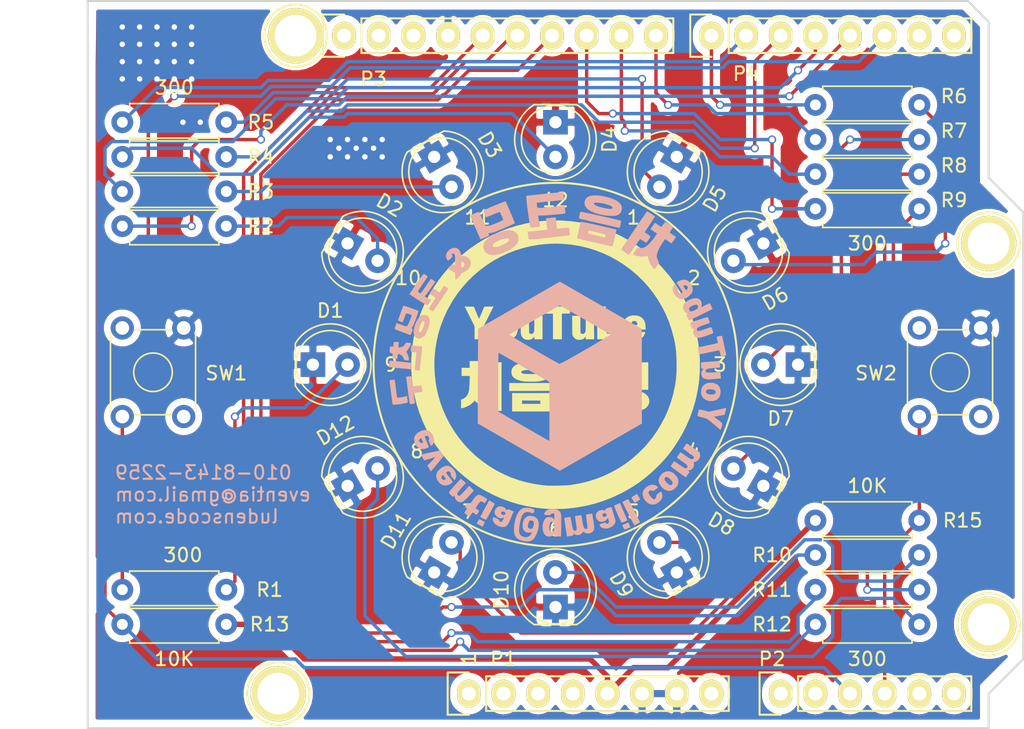
<source format=kicad_pcb>
(kicad_pcb (version 20211014) (generator pcbnew)
  (title_block (date "lun. 30 mars 2015"))
  (layers (0 "F.Cu" signal) (31 "B.Cu" signal) (34 "B.Paste" user) (35 "F.Paste" user) (36 "B.SilkS" user "B.Silkscreen") (37 "F.SilkS" user "F.Silkscreen") (38 "B.Mask" user) (39 "F.Mask" user) (44 "Edge.Cuts" user))
  (net 0 "")
  (net 1 "+5V")
  (net 2 "GND")
  (net 3 "Net-(D1-Pad2)")
  (net 4 "Net-(D2-Pad2)")
  (net 5 "Net-(D3-Pad2)")
  (net 6 "Net-(D4-Pad2)")
  (net 7 "Net-(D5-Pad2)")
  (net 8 "Net-(D6-Pad2)")
  (net 9 "Net-(D7-Pad2)")
  (net 10 "Net-(D8-Pad2)")
  (net 11 "Net-(D9-Pad2)")
  (net 12 "Net-(D10-Pad2)")
  (net 13 "Net-(D11-Pad2)")
  (net 14 "Net-(D12-Pad2)")
  (net 15 "A2")
  (net 16 "A3")
  (net 17 "/A5")
  (net 18 "Net-(P3-Pad3)")
  (net 19 "P13")
  (net 20 "P12")
  (net 21 "P11")
  (net 22 "P10")
  (net 23 "P09")
  (net 24 "P08")
  (net 25 "P07")
  (net 26 "P06")
  (net 27 "P05")
  (net 28 "P04")
  (net 29 "P03")
  (net 30 "P02")
  (net 31 "/A4")
  (footprint "Resistor_THT:R_Axial_DIN0207_L6.3mm_D2.5mm_P7.62mm_Horizontal" (layer "F.Cu") (at 164.338 85.725)
    (fp_text reference "R8" (at 10.16 -0.635) (layer "F.SilkS"))
    (fp_text value "300")
    (pad "1" thru_hole circle locked (at 0 0) (size 1.6 1.6) (drill 0.8) (layers *.Cu *.Mask) (net 23 "P09"))
    (pad "2" thru_hole oval locked (at 7.62 0) (size 1.6 1.6) (drill 0.8) (layers *.Cu *.Mask) (net 10 "Net-(D8-Pad2)"))
  )
  (footprint "Button_Switch_THT:SW_TH_Tactile_Omron_B3F-10xx" (layer "F.Cu") (at 171.958 103.505 90)
    (fp_text reference "SW2" (at 3.175 -3.175 180) (layer "F.SilkS"))
    (fp_text value "SW_MEC_5E")
    (pad "1" thru_hole circle locked (at 0 0 90) (size 1.7 1.7) (drill 1) (layers *.Cu *.Mask) (net 16 "A3"))
    (pad "2" thru_hole circle locked (at 6.5 0 90) (size 1.7 1.7) (drill 1) (layers *.Cu *.Mask))
    (pad "3" thru_hole circle locked (at 0 4.5 90) (size 1.7 1.7) (drill 1) (layers *.Cu *.Mask))
    (pad "4" thru_hole circle locked (at 6.5 4.5 90) (size 1.7 1.7) (drill 1) (layers *.Cu *.Mask) (net 2 "GND"))
  )
  (footprint "Resistor_THT:R_Axial_DIN0207_L6.3mm_D2.5mm_P7.62mm_Horizontal" (layer "F.Cu") (at 164.338 113.665)
    (fp_text reference "R10" (at -3.175 0) (layer "F.SilkS"))
    (fp_text value "300")
    (pad "1" thru_hole circle locked (at 0 0) (size 1.6 1.6) (drill 0.8) (layers *.Cu *.Mask) (net 21 "P11"))
    (pad "2" thru_hole oval locked (at 7.62 0) (size 1.6 1.6) (drill 0.8) (layers *.Cu *.Mask) (net 12 "Net-(D10-Pad2)"))
  )
  (footprint "Resistor_THT:R_Axial_DIN0207_L6.3mm_D2.5mm_P7.62mm_Horizontal" (layer "F.Cu") (at 164.338 83.185)
    (fp_text reference "R7" (at 10.16 -0.635) (layer "F.SilkS"))
    (fp_text value "300")
    (pad "1" thru_hole circle locked (at 0 0) (size 1.6 1.6) (drill 0.8) (layers *.Cu *.Mask) (net 24 "P08"))
    (pad "2" thru_hole oval locked (at 7.62 0) (size 1.6 1.6) (drill 0.8) (layers *.Cu *.Mask) (net 9 "Net-(D7-Pad2)"))
  )
  (footprint "Button_Switch_THT:SW_TH_Tactile_Omron_B3F-10xx" (layer "F.Cu") (at 113.538 103.505 90)
    (fp_text reference "SW1" (at 3.175 7.62 180) (layer "F.SilkS"))
    (fp_text value "SW_MEC_5E")
    (pad "1" thru_hole circle locked (at 0 0 90) (size 1.7 1.7) (drill 1) (layers *.Cu *.Mask) (net 15 "A2"))
    (pad "2" thru_hole circle locked (at 6.5 0 90) (size 1.7 1.7) (drill 1) (layers *.Cu *.Mask))
    (pad "3" thru_hole circle locked (at 0 4.5 90) (size 1.7 1.7) (drill 1) (layers *.Cu *.Mask))
    (pad "4" thru_hole circle locked (at 6.5 4.5 90) (size 1.7 1.7) (drill 1) (layers *.Cu *.Mask) (net 2 "GND"))
  )
  (footprint "Resistor_THT:R_Axial_DIN0207_L6.3mm_D2.5mm_P7.62mm_Horizontal" (layer "F.Cu") (at 121.158 118.745 180)
    (fp_text reference "R13" (at -3.175 0) (layer "F.SilkS"))
    (fp_text value "10K" (at 3.81 -2.54) (layer "F.SilkS"))
    (pad "1" thru_hole circle locked (at 0 0 180) (size 1.6 1.6) (drill 0.8) (layers *.Cu *.Mask) (net 1 "+5V"))
    (pad "2" thru_hole oval locked (at 7.62 0 180) (size 1.6 1.6) (drill 0.8) (layers *.Cu *.Mask) (net 15 "A2"))
  )
  (footprint "Resistor_THT:R_Axial_DIN0207_L6.3mm_D2.5mm_P7.62mm_Horizontal" (layer "F.Cu") (at 164.338 111.125)
    (fp_text reference "R15" (at 10.795 0) (layer "F.SilkS"))
    (fp_text value "10K" (at 3.81 -2.54) (layer "F.SilkS"))
    (pad "1" thru_hole circle locked (at 0 0) (size 1.6 1.6) (drill 0.8) (layers *.Cu *.Mask) (net 1 "+5V"))
    (pad "2" thru_hole oval locked (at 7.62 0) (size 1.6 1.6) (drill 0.8) (layers *.Cu *.Mask) (net 16 "A3"))
  )
  (footprint "Resistor_THT:R_Axial_DIN0207_L6.3mm_D2.5mm_P7.62mm_Horizontal" (layer "F.Cu") (at 164.338 118.745)
    (fp_text reference "R12" (at -3.175 0) (layer "F.SilkS"))
    (fp_text value "300" (at 3.81 2.54) (layer "F.SilkS"))
    (pad "1" thru_hole circle locked (at 0 0) (size 1.6 1.6) (drill 0.8) (layers *.Cu *.Mask) (net 19 "P13"))
    (pad "2" thru_hole oval locked (at 7.62 0) (size 1.6 1.6) (drill 0.8) (layers *.Cu *.Mask) (net 14 "Net-(D12-Pad2)"))
  )
  (footprint "Resistor_THT:R_Axial_DIN0207_L6.3mm_D2.5mm_P7.62mm_Horizontal" (layer "F.Cu") (at 164.338 116.205)
    (fp_text reference "R11" (at -3.175 0) (layer "F.SilkS"))
    (fp_text value "300")
    (pad "1" thru_hole circle locked (at 0 0) (size 1.6 1.6) (drill 0.8) (layers *.Cu *.Mask) (net 20 "P12"))
    (pad "2" thru_hole oval locked (at 7.62 0) (size 1.6 1.6) (drill 0.8) (layers *.Cu *.Mask) (net 13 "Net-(D11-Pad2)"))
  )
  (footprint "Resistor_THT:R_Axial_DIN0207_L6.3mm_D2.5mm_P7.62mm_Horizontal" (layer "F.Cu") (at 164.338 88.265)
    (fp_text reference "R9" (at 10.16 -0.635) (layer "F.SilkS"))
    (fp_text value "300")
    (pad "1" thru_hole circle locked (at 0 0) (size 1.6 1.6) (drill 0.8) (layers *.Cu *.Mask) (net 22 "P10"))
    (pad "2" thru_hole oval locked (at 7.62 0) (size 1.6 1.6) (drill 0.8) (layers *.Cu *.Mask) (net 11 "Net-(D9-Pad2)"))
  )
  (footprint "Try001:YouTube_PCB_212" (layer "F.Cu") (at 145.288 99.695)
    (fp_text reference "G***" hide)
    (fp_text value "LOGO" hide)
  )
  (footprint "LED_THT:LED_D5.0mm" (layer "F.Cu") (at 160.528 90.805 -150)
    (fp_text reference "D6" (at 1.27 -3.96 30) (layer "F.SilkS"))
    (fp_text value "LED" hide)
    (pad "1" thru_hole rect locked (at 0 0 210) (size 1.8 1.8) (drill 0.9) (layers *.Cu *.Mask) (net 2 "GND"))
    (pad "2" thru_hole circle locked (at 2.54 0 210) (size 1.8 1.8) (drill 0.9) (layers *.Cu *.Mask) (net 8 "Net-(D6-Pad2)"))
  )
  (footprint "Resistor_THT:R_Axial_DIN0207_L6.3mm_D2.5mm_P7.62mm_Horizontal" (layer "F.Cu") (at 113.538 116.205)
    (fp_text reference "R1" (at 10.795 0) (layer "F.SilkS"))
    (fp_text value "300" (at 4.445 -2.54) (layer "F.SilkS"))
    (pad "1" thru_hole circle locked (at 0 0) (size 1.6 1.6) (drill 0.8) (layers *.Cu *.Mask) (net 30 "P02"))
    (pad "2" thru_hole oval locked (at 7.62 0) (size 1.6 1.6) (drill 0.8) (layers *.Cu *.Mask) (net 3 "Net-(D1-Pad2)"))
  )
  (footprint "LED_THT:LED_D5.0mm" (layer "F.Cu") (at 154.178 84.455 -120)
    (fp_text reference "D5" (at 1.27 -3.96 60) (layer "F.SilkS"))
    (fp_text value "LED" hide)
    (pad "1" thru_hole rect locked (at 0 0 240) (size 1.8 1.8) (drill 0.9) (layers *.Cu *.Mask) (net 2 "GND"))
    (pad "2" thru_hole circle locked (at 2.54 0 240) (size 1.8 1.8) (drill 0.9) (layers *.Cu *.Mask) (net 7 "Net-(D5-Pad2)"))
  )
  (footprint "LED_THT:LED_D5.0mm" (layer "F.Cu") (at 130.048 90.805 -30)
    (fp_text reference "D2" (at 1.27 -3.96 150) (layer "F.SilkS"))
    (fp_text value "LED" hide)
    (pad "1" thru_hole rect locked (at 0 0 330) (size 1.8 1.8) (drill 0.9) (layers *.Cu *.Mask) (net 2 "GND"))
    (pad "2" thru_hole circle locked (at 2.54 0 330) (size 1.8 1.8) (drill 0.9) (layers *.Cu *.Mask) (net 4 "Net-(D2-Pad2)"))
  )
  (footprint "LED_THT:LED_D5.0mm" (layer "F.Cu") (at 136.398 84.455 -60)
    (fp_text reference "D3" (at 1.27 -3.96 120) (layer "F.SilkS"))
    (fp_text value "LED" hide)
    (pad "1" thru_hole rect locked (at 0 0 300) (size 1.8 1.8) (drill 0.9) (layers *.Cu *.Mask) (net 2 "GND"))
    (pad "2" thru_hole circle locked (at 2.54 0 300) (size 1.8 1.8) (drill 0.9) (layers *.Cu *.Mask) (net 5 "Net-(D3-Pad2)"))
  )
  (footprint "LED_THT:LED_D5.0mm" (layer "F.Cu") (at 136.398 114.935 60)
    (fp_text reference "D11" (at 1.27 -3.96 60) (layer "F.SilkS"))
    (fp_text value "LED" hide)
    (pad "1" thru_hole rect locked (at 0 0 60) (size 1.8 1.8) (drill 0.9) (layers *.Cu *.Mask) (net 2 "GND"))
    (pad "2" thru_hole circle locked (at 2.54 0 60) (size 1.8 1.8) (drill 0.9) (layers *.Cu *.Mask) (net 13 "Net-(D11-Pad2)"))
  )
  (footprint "LED_THT:LED_D5.0mm" (layer "F.Cu") (at 145.288 81.915 -90)
    (fp_text reference "D4" (at 1.27 -3.96 90) (layer "F.SilkS"))
    (fp_text value "LED" hide)
    (pad "1" thru_hole rect locked (at 0 0 270) (size 1.8 1.8) (drill 0.9) (layers *.Cu *.Mask) (net 2 "GND"))
    (pad "2" thru_hole circle locked (at 2.54 0 270) (size 1.8 1.8) (drill 0.9) (layers *.Cu *.Mask) (net 6 "Net-(D4-Pad2)"))
  )
  (footprint "LED_THT:LED_D5.0mm" (layer "F.Cu") (at 160.528 108.585 150)
    (fp_text reference "D8" (at 1.27 -3.96 150) (layer "F.SilkS"))
    (fp_text value "LED" hide)
    (pad "1" thru_hole rect locked (at 0 0 150) (size 1.8 1.8) (drill 0.9) (layers *.Cu *.Mask) (net 2 "GND"))
    (pad "2" thru_hole circle locked (at 2.54 0 150) (size 1.8 1.8) (drill 0.9) (layers *.Cu *.Mask) (net 10 "Net-(D8-Pad2)"))
  )
  (footprint "LED_THT:LED_D5.0mm" (layer "F.Cu") (at 127.508 99.695)
    (fp_text reference "D1" (at 1.27 -3.96) (layer "F.SilkS"))
    (fp_text value "LED" hide)
    (pad "1" thru_hole rect locked (at 0 0) (size 1.8 1.8) (drill 0.9) (layers *.Cu *.Mask) (net 2 "GND"))
    (pad "2" thru_hole circle locked (at 2.54 0) (size 1.8 1.8) (drill 0.9) (layers *.Cu *.Mask) (net 3 "Net-(D1-Pad2)"))
  )
  (footprint "LED_THT:LED_D5.0mm" (layer "F.Cu") (at 145.288 117.475 90)
    (fp_text reference "D10" (at 1.27 -3.96 90) (layer "F.SilkS"))
    (fp_text value "LED" hide)
    (pad "1" thru_hole rect locked (at 0 0 90) (size 1.8 1.8) (drill 0.9) (layers *.Cu *.Mask) (net 2 "GND"))
    (pad "2" thru_hole circle locked (at 2.54 0 90) (size 1.8 1.8) (drill 0.9) (layers *.Cu *.Mask) (net 12 "Net-(D10-Pad2)"))
  )
  (footprint "LED_THT:LED_D5.0mm" (layer "F.Cu") (at 154.178 114.935 120)
    (fp_text reference "D9" (at 1.27 -3.96 120) (layer "F.SilkS"))
    (fp_text value "LED" hide)
    (pad "1" thru_hole rect locked (at 0 0 120) (size 1.8 1.8) (drill 0.9) (layers *.Cu *.Mask) (net 2 "GND"))
    (pad "2" thru_hole circle locked (at 2.54 0 120) (size 1.8 1.8) (drill 0.9) (layers *.Cu *.Mask) (net 11 "Net-(D9-Pad2)"))
  )
  (footprint "LED_THT:LED_D5.0mm" (layer "F.Cu") (at 163.068 99.695 180)
    (fp_text reference "D7" (at 1.27 -3.96) (layer "F.SilkS"))
    (fp_text value "LED" hide)
    (pad "1" thru_hole rect locked (at 0 0 180) (size 1.8 1.8) (drill 0.9) (layers *.Cu *.Mask) (net 2 "GND"))
    (pad "2" thru_hole circle locked (at 2.54 0 180) (size 1.8 1.8) (drill 0.9) (layers *.Cu *.Mask) (net 9 "Net-(D7-Pad2)"))
  )
  (footprint "Resistor_THT:R_Axial_DIN0207_L6.3mm_D2.5mm_P7.62mm_Horizontal" (layer "F.Cu") (at 164.338 80.645)
    (fp_text reference "R6" (at 10.16 -0.635) (layer "F.SilkS"))
    (fp_text value "300" (at 3.81 10.16) (layer "F.SilkS"))
    (pad "1" thru_hole circle locked (at 0 0) (size 1.6 1.6) (drill 0.8) (layers *.Cu *.Mask) (net 25 "P07"))
    (pad "2" thru_hole oval locked (at 7.62 0) (size 1.6 1.6) (drill 0.8) (layers *.Cu *.Mask) (net 8 "Net-(D6-Pad2)"))
  )
  (footprint "Resistor_THT:R_Axial_DIN0207_L6.3mm_D2.5mm_P7.62mm_Horizontal" (layer "F.Cu") (at 113.538 86.995)
    (fp_text reference "R3" (at 10.16 0) (layer "F.SilkS"))
    (fp_text value "300")
    (pad "1" thru_hole circle locked (at 0 0) (size 1.6 1.6) (drill 0.8) (layers *.Cu *.Mask) (net 28 "P04"))
    (pad "2" thru_hole oval locked (at 7.62 0) (size 1.6 1.6) (drill 0.8) (layers *.Cu *.Mask) (net 5 "Net-(D3-Pad2)"))
  )
  (footprint "LED_THT:LED_D5.0mm" (layer "F.Cu") (at 130.048 108.585 30)
    (fp_text reference "D12" (at 1.27 -3.96 30) (layer "F.SilkS"))
    (fp_text value "LED" hide)
    (pad "1" thru_hole rect locked (at 0 0 30) (size 1.8 1.8) (drill 0.9) (layers *.Cu *.Mask) (net 2 "GND"))
    (pad "2" thru_hole circle locked (at 2.54 0 30) (size 1.8 1.8) (drill 0.9) (layers *.Cu *.Mask) (net 14 "Net-(D12-Pad2)"))
  )
  (footprint "Resistor_THT:R_Axial_DIN0207_L6.3mm_D2.5mm_P7.62mm_Horizontal" (layer "F.Cu") (at 113.538 81.915)
    (fp_text reference "R5" (at 10.16 0) (layer "F.SilkS"))
    (fp_text value "300" (at 3.81 -2.54) (layer "F.SilkS"))
    (pad "1" thru_hole circle locked (at 0 0) (size 1.6 1.6) (drill 0.8) (layers *.Cu *.Mask) (net 26 "P06"))
    (pad "2" thru_hole oval locked (at 7.62 0) (size 1.6 1.6) (drill 0.8) (layers *.Cu *.Mask) (net 7 "Net-(D5-Pad2)"))
  )
  (footprint "Resistor_THT:R_Axial_DIN0207_L6.3mm_D2.5mm_P7.62mm_Horizontal" (layer "F.Cu") (at 121.158 84.455 180)
    (fp_text reference "R4" (at -2.54 0) (layer "F.SilkS"))
    (fp_text value "300" hide)
    (pad "1" thru_hole circle locked (at 0 0 180) (size 1.6 1.6) (drill 0.8) (layers *.Cu *.Mask) (net 27 "P05"))
    (pad "2" thru_hole oval locked (at 7.62 0 180) (size 1.6 1.6) (drill 0.8) (layers *.Cu *.Mask) (net 6 "Net-(D4-Pad2)"))
  )
  (footprint "Resistor_THT:R_Axial_DIN0207_L6.3mm_D2.5mm_P7.62mm_Horizontal" (layer "F.Cu") (at 113.538 89.535)
    (fp_text reference "R2" (at 10.16 0) (layer "F.SilkS"))
    (fp_text value "300" hide)
    (pad "1" thru_hole circle locked (at 0 0) (size 1.6 1.6) (drill 0.8) (layers *.Cu *.Mask) (net 29 "P03"))
    (pad "2" thru_hole oval locked (at 7.62 0) (size 1.6 1.6) (drill 0.8) (layers *.Cu *.Mask) (net 4 "Net-(D2-Pad2)"))
  )
  (footprint "Socket_Arduino_Uno:Socket_Strip_Arduino_1x08" (layer "F.Cu") (at 156.718 75.565)
    (fp_text reference "P4" (at 2.54 2.794) (layer "F.SilkS"))
    (fp_text value "Digital")
    (pad "1" thru_hole oval locked (at 0 0) (size 1.7272 2.032) (drill 1.016) (layers *.Cu *.Mask "F.SilkS") (net 25 "P07"))
    (pad "2" thru_hole oval locked (at 2.54 0) (size 1.7272 2.032) (drill 1.016) (layers *.Cu *.Mask "F.SilkS") (net 26 "P06"))
    (pad "3" thru_hole oval locked (at 5.08 0) (size 1.7272 2.032) (drill 1.016) (layers *.Cu *.Mask "F.SilkS") (net 27 "P05"))
    (pad "4" thru_hole oval locked (at 7.62 0) (size 1.7272 2.032) (drill 1.016) (layers *.Cu *.Mask "F.SilkS") (net 28 "P04"))
    (pad "5" thru_hole oval locked (at 10.16 0) (size 1.7272 2.032) (drill 1.016) (layers *.Cu *.Mask "F.SilkS") (net 29 "P03"))
    (pad "6" thru_hole oval locked (at 12.7 0) (size 1.7272 2.032) (drill 1.016) (layers *.Cu *.Mask "F.SilkS") (net 30 "P02"))
    (pad "7" thru_hole oval locked (at 15.24 0) (size 1.7272 2.032) (drill 1.016) (layers *.Cu *.Mask "F.SilkS"))
    (pad "8" thru_hole oval locked (at 17.78 0) (size 1.7272 2.032) (drill 1.016) (layers *.Cu *.Mask "F.SilkS"))
  )
  (footprint "Socket_Arduino_Uno:Socket_Strip_Arduino_1x10" (layer "F.Cu") (at 129.794 75.565)
    (fp_text reference "P3" (at 2.159 3.175) (layer "F.SilkS"))
    (fp_text value "Digital")
    (pad "1" thru_hole oval locked (at 0 0) (size 1.7272 2.032) (drill 1.016) (layers *.Cu *.Mask "F.SilkS") (net 17 "/A5"))
    (pad "2" thru_hole oval locked (at 2.54 0) (size 1.7272 2.032) (drill 1.016) (layers *.Cu *.Mask "F.SilkS") (net 31 "/A4"))
    (pad "3" thru_hole oval locked (at 5.08 0) (size 1.7272 2.032) (drill 1.016) (layers *.Cu *.Mask "F.SilkS") (net 18 "Net-(P3-Pad3)"))
    (pad "4" thru_hole oval locked (at 7.62 0) (size 1.7272 2.032) (drill 1.016) (layers *.Cu *.Mask "F.SilkS") (net 2 "GND"))
    (pad "5" thru_hole oval locked (at 10.16 0) (size 1.7272 2.032) (drill 1.016) (layers *.Cu *.Mask "F.SilkS") (net 19 "P13"))
    (pad "6" thru_hole oval locked (at 12.7 0) (size 1.7272 2.032) (drill 1.016) (layers *.Cu *.Mask "F.SilkS") (net 20 "P12"))
    (pad "7" thru_hole oval locked (at 15.24 0) (size 1.7272 2.032) (drill 1.016) (layers *.Cu *.Mask "F.SilkS") (net 21 "P11"))
    (pad "8" thru_hole oval locked (at 17.78 0) (size 1.7272 2.032) (drill 1.016) (layers *.Cu *.Mask "F.SilkS") (net 22 "P10"))
    (pad "9" thru_hole oval locked (at 20.32 0) (size 1.7272 2.032) (drill 1.016) (layers *.Cu *.Mask "F.SilkS") (net 23 "P09"))
    (pad "10" thru_hole oval locked (at 22.86 0) (size 1.7272 2.032) (drill 1.016) (layers *.Cu *.Mask "F.SilkS") (net 24 "P08"))
  )
  (footprint "Socket_Arduino_Uno:Arduino_1pin" (layer "F.Cu") (at 177.038 90.805)
    (fp_text reference "P8" hide)
    (fp_text value "CONN_01X01" hide)
    (pad "1" thru_hole circle locked (at 0 0) (size 4.064 4.064) (drill 3.048) (layers *.Cu *.Mask "F.SilkS"))
  )
  (footprint "Socket_Arduino_Uno:Arduino_1pin" (layer "F.Cu") (at 126.238 75.565)
    (fp_text reference "P7" hide)
    (fp_text value "CONN_01X01" hide)
    (pad "1" thru_hole circle locked (at 0 0) (size 4.064 4.064) (drill 3.048) (layers *.Cu *.Mask "F.SilkS"))
  )
  (footprint "Socket_Arduino_Uno:Arduino_1pin" (layer "F.Cu") (at 177.038 118.745)
    (fp_text reference "P6" hide)
    (fp_text value "CONN_01X01" hide)
    (pad "1" thru_hole circle locked (at 0 0) (size 4.064 4.064) (drill 3.048) (layers *.Cu *.Mask "F.SilkS"))
  )
  (footprint "Socket_Arduino_Uno:Socket_Strip_Arduino_1x08" (layer "F.Cu") (at 138.938 123.825)
    (fp_text reference "P1" (at 2.54 -2.54) (layer "F.SilkS"))
    (fp_text value "Power")
    (pad "1" thru_hole oval locked (at 0 0) (size 1.7272 2.032) (drill 1.016) (layers *.Cu *.Mask "F.SilkS"))
    (pad "2" thru_hole oval locked (at 2.54 0) (size 1.7272 2.032) (drill 1.016) (layers *.Cu *.Mask "F.SilkS"))
    (pad "3" thru_hole oval locked (at 5.08 0) (size 1.7272 2.032) (drill 1.016) (layers *.Cu *.Mask "F.SilkS"))
    (pad "4" thru_hole oval locked (at 7.62 0) (size 1.7272 2.032) (drill 1.016) (layers *.Cu *.Mask "F.SilkS"))
    (pad "5" thru_hole oval locked (at 10.16 0) (size 1.7272 2.032) (drill 1.016) (layers *.Cu *.Mask "F.SilkS") (net 1 "+5V"))
    (pad "6" thru_hole oval locked (at 12.7 0) (size 1.7272 2.032) (drill 1.016) (layers *.Cu *.Mask "F.SilkS") (net 2 "GND"))
    (pad "7" thru_hole oval locked (at 15.24 0) (size 1.7272 2.032) (drill 1.016) (layers *.Cu *.Mask "F.SilkS") (net 2 "GND"))
    (pad "8" thru_hole oval locked (at 17.78 0) (size 1.7272 2.032) (drill 1.016) (layers *.Cu *.Mask "F.SilkS"))
  )
  (footprint "Socket_Arduino_Uno:Arduino_1pin" (layer "F.Cu") (at 124.968 123.825)
    (fp_text reference "P5" hide)
    (fp_text value "CONN_01X01" hide)
    (pad "1" thru_hole circle locked (at 0 0) (size 4.064 4.064) (drill 3.048) (layers *.Cu *.Mask "F.SilkS"))
  )
  (footprint "Socket_Arduino_Uno:Socket_Strip_Arduino_1x06" (layer "F.Cu") (at 161.798 123.825)
    (fp_text reference "P2" (at -0.635 -2.54) (layer "F.SilkS"))
    (fp_text value "Analog")
    (pad "1" thru_hole oval locked (at 0 0) (size 1.7272 2.032) (drill 1.016) (layers *.Cu *.Mask "F.SilkS"))
    (pad "2" thru_hole oval locked (at 2.54 0) (size 1.7272 2.032) (drill 1.016) (layers *.Cu *.Mask "F.SilkS"))
    (pad "3" thru_hole oval locked (at 5.08 0) (size 1.7272 2.032) (drill 1.016) (layers *.Cu *.Mask "F.SilkS") (net 15 "A2"))
    (pad "4" thru_hole oval locked (at 7.62 0) (size 1.7272 2.032) (drill 1.016) (layers *.Cu *.Mask "F.SilkS") (net 16 "A3"))
    (pad "5" thru_hole oval locked (at 10.16 0) (size 1.7272 2.032) (drill 1.016) (layers *.Cu *.Mask "F.SilkS"))
    (pad "6" thru_hole oval locked (at 12.7 0) (size 1.7272 2.032) (drill 1.016) (layers *.Cu *.Mask "F.SilkS"))
  )
  (footprint "Try001:YouTube_PCB_B268" (layer "B.Cu") (at 145.288 99.695 180)
    (fp_text reference "G***" hide)
    (fp_text value "LOGO" hide)
  )
  (gr_circle (center 145.288 99.695) (end 145.288 86.36) (layer "F.SilkS") (width 0.15) (fill none))
  (gr_line (start 177.038 123.825) (end 179.578 121.285) (layer "Edge.Cuts") (width 0.15))
  (gr_line (start 177.038 126.365) (end 177.038 123.825) (layer "Edge.Cuts") (width 0.15))
  (gr_line (start 177.038 74.549) (end 175.514 73.025) (layer "Edge.Cuts") (width 0.15))
  (gr_line (start 175.514 73.025) (end 110.998 73.025) (layer "Edge.Cuts") (width 0.15))
  (gr_line (start 177.038 85.979) (end 177.038 74.549) (layer "Edge.Cuts") (width 0.15))
  (gr_line (start 110.998 73.025) (end 110.998 126.365) (layer "Edge.Cuts") (width 0.15))
  (gr_line (start 110.998 126.365) (end 177.038 126.365) (layer "Edge.Cuts") (width 0.15))
  (gr_line (start 179.578 88.519) (end 177.038 85.979) (layer "Edge.Cuts") (width 0.15))
  (gr_line (start 179.578 121.285) (end 179.578 88.519) (layer "Edge.Cuts") (width 0.15))
  (gr_text "010-8143-2259\neventia@gmail.com\nludenscode.com" (at 112.903 109.22) (layer "B.SilkS") (effects (font (size 1 1)) (justify right mirror)))
  (gr_text "11" (at 139.573 88.9) (layer "F.SilkS") (effects (font (size 1 1))))
  (gr_text "8" (at 135.128 106.045) (layer "F.SilkS") (effects (font (size 1 1))))
  (gr_text "7" (at 138.938 110.49) (layer "F.SilkS") (effects (font (size 1 1))))
  (gr_text "6" (at 145.288 111.76) (layer "F.SilkS") (effects (font (size 1 1))))
  (gr_text "5" (at 151.003 110.49) (layer "F.SilkS") (effects (font (size 1 1))))
  (gr_text "4" (at 155.448 106.045) (layer "F.SilkS") (effects (font (size 1 1))))
  (gr_text "3" (at 157.353 99.695) (layer "F.SilkS") (effects (font (size 1 1))))
  (gr_text "1" (at 151.003 88.9) (layer "F.SilkS") (effects (font (size 1 1))))
  (gr_text "2" (at 155.448 93.345) (layer "F.SilkS") (effects (font (size 1 1))))
  (gr_text "12" (at 145.288 87.63) (layer "F.SilkS") (effects (font (size 1 1))))
  (gr_text "10" (at 134.493 93.345) (layer "F.SilkS") (effects (font (size 1 1))))
  (gr_text "9" (at 133.223 99.695) (layer "F.SilkS") (effects (font (size 1 1))))
  (gr_text "1" (at 138.938 121.285 90) (layer "F.SilkS") (effects (font (size 1 1))))
  (segment (start 126.873 121.285) (end 147.828 121.285) (width 0.4) (layer "F.Cu") (net 1))
  (segment (start 124.333 118.745) (end 126.873 121.285) (width 0.4) (layer "F.Cu") (net 1))
  (segment (start 121.158 118.745) (end 124.333 118.745) (width 0.4) (layer "F.Cu") (net 1))
  (segment (start 153.543 121.92) (end 151.003 121.92) (width 0.4) (layer "F.Cu") (net 1))
  (segment (start 164.338 111.125) (end 153.543 121.92) (width 0.4) (layer "F.Cu") (net 1))
  (segment (start 151.003 121.92) (end 149.098 123.825) (width 0.4) (layer "F.Cu") (net 1))
  (segment (start 147.828 121.285) (end 149.098 122.555) (width 0.4) (layer "F.Cu") (net 1))
  (segment (start 149.098 122.555) (end 149.098 123.825) (width 0.4) (layer "F.Cu") (net 1))
  (via (at 130.683 83.82) (size 0.6) (drill 0.4) (layers "F.Cu" "B.Cu") (net 2))
  (via (at 129.413 83.82) (size 0.6) (drill 0.4) (layers "F.Cu" "B.Cu") (net 2))
  (via (at 132.588 84.455) (size 0.6) (drill 0.4) (layers "F.Cu" "B.Cu") (net 2))
  (via (at 130.048 83.185) (size 0.6) (drill 0.4) (layers "F.Cu" "B.Cu") (net 2))
  (via (at 128.778 84.455) (size 0.6) (drill 0.4) (layers "F.Cu" "B.Cu") (net 2))
  (via (at 119.253 81.915) (size 0.6) (drill 0.4) (layers "F.Cu" "B.Cu") (net 2))
  (via (at 117.983 81.915) (size 0.6) (drill 0.4) (layers "F.Cu" "B.Cu") (net 2))
  (via (at 131.318 84.455) (size 0.6) (drill 0.4) (layers "F.Cu" "B.Cu") (net 2))
  (via (at 130.048 84.455) (size 0.6) (drill 0.4) (layers "F.Cu" "B.Cu") (net 2))
  (via (at 132.588 83.185) (size 0.6) (drill 0.4) (layers "F.Cu" "B.Cu") (net 2))
  (via (at 128.778 83.185) (size 0.6) (drill 0.4) (layers "F.Cu" "B.Cu") (net 2))
  (via (at 131.953 83.82) (size 0.6) (drill 0.4) (layers "F.Cu" "B.Cu") (net 2))
  (via (at 117.348 74.93) (size 0.6) (drill 0.4) (layers "F.Cu" "B.Cu") (net 2))
  (via (at 114.808 74.93) (size 0.6) (drill 0.4) (layers "F.Cu" "B.Cu") (net 2))
  (via (at 113.538 74.93) (size 0.6) (drill 0.4) (layers "F.Cu" "B.Cu") (net 2))
  (via (at 117.348 76.2) (size 0.6) (drill 0.4) (layers "F.Cu" "B.Cu") (net 2))
  (via (at 116.078 78.74) (size 0.6) (drill 0.4) (layers "F.Cu" "B.Cu") (net 2))
  (via (at 116.078 77.47) (size 0.6) (drill 0.4) (layers "F.Cu" "B.Cu") (net 2))
  (via (at 114.808 76.2) (size 0.6) (drill 0.4) (layers "F.Cu" "B.Cu") (net 2))
  (via (at 116.078 76.2) (size 0.6) (drill 0.4) (layers "F.Cu" "B.Cu") (net 2))
  (via (at 117.348 78.74) (size 0.6) (drill 0.4) (layers "F.Cu" "B.Cu") (net 2))
  (via (at 131.318 83.185) (size 0.6) (drill 0.4) (layers "F.Cu" "B.Cu") (net 2))
  (via (at 118.618 74.93) (size 0.6) (drill 0.4) (layers "F.Cu" "B.Cu") (net 2))
  (via (at 118.618 76.2) (size 0.6) (drill 0.4) (layers "F.Cu" "B.Cu") (net 2))
  (via (at 114.808 77.47) (size 0.6) (drill 0.4) (layers "F.Cu" "B.Cu") (net 2))
  (via (at 116.078 74.93) (size 0.6) (drill 0.4) (layers "F.Cu" "B.Cu") (net 2))
  (via (at 113.538 76.2) (size 0.6) (drill 0.4) (layers "F.Cu" "B.Cu") (net 2))
  (via (at 113.538 78.74) (size 0.6) (drill 0.4) (layers "F.Cu" "B.Cu") (net 2))
  (via (at 118.618 77.47) (size 0.6) (drill 0.4) (layers "F.Cu" "B.Cu") (net 2))
  (via (at 117.348 77.47) (size 0.6) (drill 0.4) (layers "F.Cu" "B.Cu") (net 2))
  (via (at 114.808 78.74) (size 0.6) (drill 0.4) (layers "F.Cu" "B.Cu") (net 2))
  (via (at 118.618 78.74) (size 0.6) (drill 0.4) (layers "F.Cu" "B.Cu") (net 2))
  (via (at 113.538 77.47) (size 0.6) (drill 0.4) (layers "F.Cu" "B.Cu") (net 2))
  (segment (start 121.793 115.57) (end 121.158 116.205) (width 0.25) (layer "F.Cu") (net 3))
  (segment (start 121.793 103.505) (end 121.793 115.57) (width 0.25) (layer "F.Cu") (net 3))
  (via (at 121.793 103.505) (size 0.6) (drill 0.4) (layers "F.Cu" "B.Cu") (net 3))
  (segment (start 122.428 102.87) (end 121.793 103.505) (width 0.25) (layer "B.Cu") (net 3))
  (segment (start 126.873 102.87) (end 122.428 102.87) (width 0.25) (layer "B.Cu") (net 3))
  (segment (start 130.048 99.695) (end 126.873 102.87) (width 0.25) (layer "B.Cu") (net 3))
  (segment (start 124.968 89.535) (end 121.158 89.535) (width 0.25) (layer "B.Cu") (net 4))
  (segment (start 125.603 88.9) (end 124.968 89.535) (width 0.25) (layer "B.Cu") (net 4))
  (segment (start 132.247705 92.075) (end 132.247705 90.464705) (width 0.25) (layer "B.Cu") (net 4))
  (segment (start 132.247705 90.464705) (end 130.683 88.9) (width 0.25) (layer "B.Cu") (net 4))
  (segment (start 130.683 88.9) (end 125.603 88.9) (width 0.25) (layer "B.Cu") (net 4))
  (segment (start 124.038295 86.654705) (end 123.698 86.995) (width 0.25) (layer "B.Cu") (net 5))
  (segment (start 123.698 86.995) (end 121.158 86.995) (width 0.25) (layer "B.Cu") (net 5))
  (segment (start 137.668 86.654705) (end 124.038295 86.654705) (width 0.25) (layer "B.Cu") (net 5))
  (segment (start 113.538 84.455) (end 114.173 83.82) (width 0.25) (layer "B.Cu") (net 6))
  (segment (start 114.173 83.82) (end 118.618 83.82) (width 0.25) (layer "B.Cu") (net 6))
  (segment (start 120.523 85.725) (end 123.063 85.725) (width 0.25) (layer "B.Cu") (net 6))
  (segment (start 123.88299 84.90501) (end 123.884401 84.905009) (width 0.25) (layer "B.Cu") (net 6))
  (segment (start 123.884401 84.905009) (end 127.244392 81.545018) (width 0.25) (layer "B.Cu") (net 6))
  (segment (start 127.244392 81.545018) (end 129.788623 81.545017) (width 0.25) (layer "B.Cu") (net 6))
  (segment (start 129.788623 81.545017) (end 130.05364 81.28) (width 0.25) (layer "B.Cu") (net 6))
  (segment (start 142.113 81.28) (end 145.288 84.455) (width 0.25) (layer "B.Cu") (net 6))
  (segment (start 118.618 83.82) (end 120.523 85.725) (width 0.25) (layer "B.Cu") (net 6))
  (segment (start 123.063 85.725) (end 123.88299 84.90501) (width 0.25) (layer "B.Cu") (net 6))
  (segment (start 130.05364 81.28) (end 142.113 81.28) (width 0.25) (layer "B.Cu") (net 6))
  (segment (start 152.908 86.654705) (end 151.638 85.384705) (width 0.25) (layer "F.Cu") (net 7))
  (segment (start 151.638 85.384705) (end 151.638 78.74) (width 0.25) (layer "F.Cu") (net 7))
  (via (at 151.638 78.74) (size 0.6) (drill 0.4) (layers "F.Cu" "B.Cu") (net 7))
  (segment (start 125.868018 79.744982) (end 125.868017 79.744982) (width 0.25) (layer "B.Cu") (net 7))
  (segment (start 124.33159 80.00859) (end 122.42518 81.915) (width 0.25) (layer "B.Cu") (net 7))
  (segment (start 124.33159 80.00859) (end 124.5952 79.744982) (width 0.25) (layer "B.Cu") (net 7))
  (segment (start 124.5952 79.744982) (end 125.868018 79.744982) (width 0.25) (layer "B.Cu") (net 7))
  (segment (start 130.048 78.74) (end 129.043018 79.744982) (width 0.25) (layer "B.Cu") (net 7))
  (segment (start 122.42518 81.915) (end 121.158 81.915) (width 0.25) (layer "B.Cu") (net 7))
  (segment (start 129.043018 79.744982) (end 125.337981 79.744982) (width 0.25) (layer "B.Cu") (net 7))
  (segment (start 151.638 78.74) (end 130.048 78.74) (width 0.25) (layer "B.Cu") (net 7))
  (segment (start 152.908 86.36) (end 152.908 86.654705) (width 0.25) (layer "B.Cu") (net 7))
  (segment (start 171.958 80.645) (end 173.863 82.55) (width 0.25) (layer "F.Cu") (net 8))
  (segment (start 173.863 90.805) (end 173.863 82.55) (width 0.25) (layer "F.Cu") (net 8))
  (via (at 173.863 90.805) (size 0.6) (drill 0.4) (layers "F.Cu" "B.Cu") (net 8))
  (segment (start 173.228 91.44) (end 173.863 90.805) (width 0.25) (layer "B.Cu") (net 8))
  (segment (start 158.612728 92.359433) (end 167.863567 92.359433) (width 0.25) (layer "B.Cu") (net 8))
  (segment (start 167.863567 92.359433) (end 168.783 91.44) (width 0.25) (layer "B.Cu") (net 8))
  (segment (start 158.328295 92.075) (end 158.612728 92.359433) (width 0.25) (layer "B.Cu") (net 8))
  (segment (start 168.783 91.44) (end 173.228 91.44) (width 0.25) (layer "B.Cu") (net 8))
  (segment (start 160.528 99.695) (end 166.243 93.98) (width 0.25) (layer "F.Cu") (net 9))
  (segment (start 166.243 83.82) (end 166.878 83.185) (width 0.25) (layer "F.Cu") (net 9))
  (segment (start 166.243 93.98) (end 166.243 83.82) (width 0.25) (layer "F.Cu") (net 9))
  (via (at 166.878 83.185) (size 0.6) (drill 0.4) (layers "F.Cu" "B.Cu") (net 9))
  (segment (start 166.878 83.185) (end 171.958 83.185) (width 0.25) (layer "B.Cu") (net 9))
  (segment (start 169.418 101.6) (end 169.418 86.995) (width 0.25) (layer "F.Cu") (net 10))
  (segment (start 169.418 86.995) (end 170.688 85.725) (width 0.25) (layer "F.Cu") (net 10))
  (segment (start 170.688 85.725) (end 171.958 85.725) (width 0.25) (layer "F.Cu") (net 10))
  (segment (start 165.608 105.41) (end 169.418 101.6) (width 0.25) (layer "F.Cu") (net 10))
  (segment (start 158.328295 107.315) (end 160.233295 105.41) (width 0.25) (layer "F.Cu") (net 10))
  (segment (start 160.233295 105.41) (end 165.608 105.41) (width 0.25) (layer "F.Cu") (net 10))
  (segment (start 170.053 102.235) (end 170.053 90.17) (width 0.25) (layer "F.Cu") (net 11))
  (segment (start 160.528 111.125) (end 161.163 111.125) (width 0.25) (layer "F.Cu") (net 11))
  (segment (start 170.053 90.17) (end 171.958 88.265) (width 0.25) (layer "F.Cu") (net 11))
  (segment (start 152.908 112.735295) (end 158.917705 112.735295) (width 0.25) (layer "F.Cu") (net 11))
  (segment (start 158.917705 112.735295) (end 160.528 111.125) (width 0.25) (layer "F.Cu") (net 11))
  (segment (start 161.163 111.125) (end 170.053 102.235) (width 0.25) (layer "F.Cu") (net 11))
  (segment (start 165.608 113.03) (end 165.608 114.935) (width 0.25) (layer "B.Cu") (net 12))
  (segment (start 147.193 114.935) (end 149.733 117.475) (width 0.25) (layer "B.Cu") (net 12))
  (segment (start 165.117999 112.539999) (end 165.608 113.03) (width 0.25) (layer "B.Cu") (net 12))
  (segment (start 166.243 115.57) (end 170.053 115.57) (width 0.25) (layer "B.Cu") (net 12))
  (segment (start 165.608 114.935) (end 166.243 115.57) (width 0.25) (layer "B.Cu") (net 12))
  (segment (start 170.053 115.57) (end 171.958 113.665) (width 0.25) (layer "B.Cu") (net 12))
  (segment (start 145.288 114.935) (end 147.193 114.935) (width 0.25) (layer "B.Cu") (net 12))
  (segment (start 149.733 117.475) (end 158.623 117.475) (width 0.25) (layer "B.Cu") (net 12))
  (segment (start 158.623 117.475) (end 163.558001 112.539999) (width 0.25) (layer "B.Cu") (net 12))
  (segment (start 163.558001 112.539999) (end 165.117999 112.539999) (width 0.25) (layer "B.Cu") (net 12))
  (segment (start 137.668 112.735295) (end 138.303 113.370295) (width 0.25) (layer "F.Cu") (net 13))
  (segment (start 138.303 114.935) (end 142.748 119.38) (width 0.25) (layer "F.Cu") (net 13))
  (segment (start 138.303 113.370295) (end 138.303 114.935) (width 0.25) (layer "F.Cu") (net 13))
  (segment (start 155.340524 119.38) (end 162.433 112.287524) (width 0.25) (layer "F.Cu") (net 13))
  (segment (start 162.433 110.49141) (end 163.70441 109.22) (width 0.25) (layer "F.Cu") (net 13))
  (segment (start 164.973 109.22) (end 168.148 112.395) (width 0.25) (layer "F.Cu") (net 13))
  (segment (start 168.148 112.395) (end 168.148 116.205) (width 0.25) (layer "F.Cu") (net 13))
  (segment (start 162.433 112.287524) (end 162.433 110.49141) (width 0.25) (layer "F.Cu") (net 13))
  (segment (start 163.70441 109.22) (end 164.973 109.22) (width 0.25) (layer "F.Cu") (net 13))
  (segment (start 142.748 119.38) (end 155.340524 119.38) (width 0.25) (layer "F.Cu") (net 13))
  (via (at 168.148 116.205) (size 0.6) (drill 0.4) (layers "F.Cu" "B.Cu") (net 13))
  (segment (start 168.148 116.205) (end 171.958 116.205) (width 0.25) (layer "B.Cu") (net 13))
  (segment (start 131.318 118.11) (end 131.318 110.49) (width 0.25) (layer "B.Cu") (net 14))
  (segment (start 131.318 110.49) (end 132.247705 109.560295) (width 0.25) (layer "B.Cu") (net 14))
  (segment (start 133.858 120.65) (end 131.318 118.11) (width 0.25) (layer "B.Cu") (net 14))
  (segment (start 133.223 120.015) (end 133.858 120.65) (width 0.25) (layer "B.Cu") (net 14))
  (segment (start 171.958 118.745) (end 170.053 116.84) (width 0.25) (layer "B.Cu") (net 14))
  (segment (start 164.153009 121.100009) (end 134.308009 121.100009) (width 0.25) (layer "B.Cu") (net 14))
  (segment (start 165.608 117.475) (end 165.608 119.645018) (width 0.25) (layer "B.Cu") (net 14))
  (segment (start 165.608 119.645018) (end 164.153009 121.100009) (width 0.25) (layer "B.Cu") (net 14))
  (segment (start 134.308009 121.100009) (end 133.858 120.65) (width 0.25) (layer "B.Cu") (net 14))
  (segment (start 166.243 116.84) (end 165.608 117.475) (width 0.25) (layer "B.Cu") (net 14))
  (segment (start 170.053 116.84) (end 166.243 116.84) (width 0.25) (layer "B.Cu") (net 14))
  (segment (start 132.247705 109.560295) (end 132.247705 107.315) (width 0.25) (layer "B.Cu") (net 14))
  (segment (start 113.538 113.03) (end 112.268 114.3) (width 0.25) (layer "F.Cu") (net 15))
  (segment (start 113.538 103.505) (end 113.538 113.03) (width 0.25) (layer "F.Cu") (net 15))
  (segment (start 112.268 117.475) (end 113.538 118.745) (width 0.25) (layer "F.Cu") (net 15))
  (segment (start 112.268 114.3) (end 112.268 117.475) (width 0.25) (layer "F.Cu") (net 15))
  (segment (start 166.878 123.825) (end 164.973 121.92) (width 0.25) (layer "B.Cu") (net 15))
  (segment (start 126.873 121.92) (end 126.238 121.285) (width 0.25) (layer "B.Cu") (net 15))
  (segment (start 126.238 121.285) (end 116.078 121.285) (width 0.25) (layer "B.Cu") (net 15))
  (segment (start 116.078 121.285) (end 113.538 118.745) (width 0.25) (layer "B.Cu") (net 15))
  (segment (start 164.973 121.92) (end 126.873 121.92) (width 0.25) (layer "B.Cu") (net 15))
  (segment (start 114.808 120.015) (end 113.538 118.745) (width 0.25) (layer "B.Cu") (net 15))
  (segment (start 166.878 123.825) (end 166.878 123.19) (width 0.25) (layer "B.Cu") (net 15))
  (segment (start 171.958 103.505) (end 171.958 111.125) (width 0.25) (layer "F.Cu") (net 16))
  (segment (start 169.418 123.825) (end 169.418 122.555) (width 0.25) (layer "F.Cu") (net 16))
  (segment (start 169.418 113.665) (end 169.418 123.825) (width 0.25) (layer "F.Cu") (net 16))
  (segment (start 171.958 111.125) (end 169.418 113.665) (width 0.25) (layer "F.Cu") (net 16))
  (segment (start 122.428 115.57) (end 127.508 120.65) (width 0.25) (layer "F.Cu") (net 19))
  (segment (start 139.954 75.565) (end 136.144 79.375) (width 0.25) (layer "F.Cu") (net 19))
  (segment (start 136.144 79.375) (end 128.778 79.375) (width 0.25) (layer "F.Cu") (net 19))
  (segment (start 137.668 120.65) (end 138.303 120.015) (width 0.25) (layer "F.Cu") (net 19))
  (segment (start 127.508 120.65) (end 137.668 120.65) (width 0.25) (layer "F.Cu") (net 19))
  (segment (start 128.778 79.375) (end 122.428 85.725) (width 0.25) (layer "F.Cu") (net 19))
  (segment (start 122.428 85.725) (end 122.428 115.57) (width 0.25) (layer "F.Cu") (net 19))
  (via (at 138.303 120.015) (size 0.6) (drill 0.4) (layers "F.Cu" "B.Cu") (net 19))
  (segment (start 162.433 120.65) (end 138.938 120.65) (width 0.25) (layer "B.Cu") (net 19))
  (segment (start 164.338 118.745) (end 162.433 120.65) (width 0.25) (layer "B.Cu") (net 19))
  (segment (start 138.938 120.65) (end 138.303 120.015) (width 0.25) (layer "B.Cu") (net 19))
  (segment (start 142.113 75.565) (end 140.208 77.47) (width 0.25) (layer "F.Cu") (net 20))
  (segment (start 138.68541 77.47) (end 140.208 77.47) (width 0.25) (layer "F.Cu") (net 20))
  (segment (start 142.494 75.565) (end 142.113 75.565) (width 0.25) (layer "F.Cu") (net 20))
  (segment (start 123.063 85.72641) (end 128.9644 79.82501) (width 0.25) (layer "F.Cu") (net 20))
  (segment (start 137.668 119.38) (end 137.033 120.015) (width 0.25) (layer "F.Cu") (net 20))
  (segment (start 136.330401 79.825009) (end 138.68541 77.47) (width 0.25) (layer "F.Cu") (net 20))
  (segment (start 127.50941 120.015) (end 123.063 115.56859) (width 0.25) (layer "F.Cu") (net 20))
  (segment (start 137.033 120.015) (end 127.50941 120.015) (width 0.25) (layer "F.Cu") (net 20))
  (segment (start 128.9644 79.82501) (end 136.330401 79.825009) (width 0.25) (layer "F.Cu") (net 20))
  (segment (start 123.063 115.56859) (end 123.063 85.72641) (width 0.25) (layer "F.Cu") (net 20))
  (via (at 137.668 119.38) (size 0.6) (drill 0.4) (layers "F.Cu" "B.Cu") (net 20))
  (segment (start 137.668 119.38) (end 138.938 119.38) (width 0.25) (layer "B.Cu") (net 20))
  (segment (start 162.43159 120.015) (end 163.068 119.37859) (width 0.25) (layer "B.Cu") (net 20))
  (segment (start 164.338 116.84) (end 164.338 116.205) (width 0.25) (layer "B.Cu") (net 20))
  (segment (start 161.798 120.015) (end 159.893 120.015) (width 0.25) (layer "B.Cu") (net 20))
  (segment (start 163.068 119.37859) (end 163.068 118.11) (width 0.25) (layer "B.Cu") (net 20))
  (segment (start 162.06161 120.015) (end 161.798 120.015) (width 0.25) (layer "B.Cu") (net 20))
  (segment (start 161.798 120.015) (end 162.43159 120.015) (width 0.25) (layer "B.Cu") (net 20))
  (segment (start 163.068 118.11) (end 164.338 116.84) (width 0.25) (layer "B.Cu") (net 20))
  (segment (start 139.573 120.015) (end 142.113 120.015) (width 0.25) (layer "B.Cu") (net 20))
  (segment (start 138.938 119.38) (end 139.573 120.015) (width 0.25) (layer "B.Cu") (net 20))
  (segment (start 142.113 120.015) (end 141.47941 120.015) (width 0.25) (layer "B.Cu") (net 20))
  (segment (start 159.893 120.015) (end 142.113 120.015) (width 0.25) (layer "B.Cu") (net 20))
  (segment (start 135.128 119.38) (end 127.51082 119.38) (width 0.25) (layer "F.Cu") (net 21))
  (segment (start 137.668 117.475) (end 137.033 117.475) (width 0.25) (layer "F.Cu") (net 21))
  (segment (start 137.033 117.475) (end 135.128 119.38) (width 0.25) (layer "F.Cu") (net 21))
  (segment (start 123.698 85.72782) (end 129.150802 80.275018) (width 0.25) (layer "F.Cu") (net 21))
  (segment (start 137.137964 79.905036) (end 138.938 78.105) (width 0.25) (layer "F.Cu") (net 21))
  (segment (start 129.150802 80.275018) (end 136.663018 80.275018) (width 0.25) (layer "F.Cu") (net 21))
  (segment (start 136.663018 80.275018) (end 137.033 79.905036) (width 0.25) (layer "F.Cu") (net 21))
  (segment (start 123.698 115.56718) (end 123.698 85.72782) (width 0.25) (layer "F.Cu") (net 21))
  (segment (start 137.033 79.905036) (end 137.137964 79.905036) (width 0.25) (layer "F.Cu") (net 21))
  (segment (start 127.51082 119.38) (end 123.698 115.56718) (width 0.25) (layer "F.Cu") (net 21))
  (segment (start 138.938 78.105) (end 142.494 78.105) (width 0.25) (layer "F.Cu") (net 21))
  (segment (start 142.494 78.105) (end 145.034 75.565) (width 0.25) (layer "F.Cu") (net 21))
  (via (at 137.668 117.475) (size 0.6) (drill 0.4) (layers "F.Cu" "B.Cu") (net 21))
  (segment (start 138.303 117.475) (end 138.938 117.475) (width 0.25) (layer "B.Cu") (net 21))
  (segment (start 138.938 117.475) (end 137.668 117.475) (width 0.25) (layer "B.Cu") (net 21))
  (segment (start 138.938 117.475) (end 142.748 117.475) (width 0.25) (layer "B.Cu") (net 21))
  (segment (start 158.80799 117.92501) (end 158.809401 117.925009) (width 0.25) (layer "B.Cu") (net 21))
  (segment (start 147.82659 116.205) (end 149.73159 118.11) (width 0.25) (layer "B.Cu") (net 21))
  (segment (start 149.73159 118.11) (end 158.623 118.11) (width 0.25) (layer "B.Cu") (net 21))
  (segment (start 142.748 117.475) (end 144.018 116.205) (width 0.25) (layer "B.Cu") (net 21))
  (segment (start 144.018 116.205) (end 147.82659 116.205) (width 0.25) (layer "B.Cu") (net 21))
  (segment (start 158.809401 117.925009) (end 163.06941 113.665) (width 0.25) (layer "B.Cu") (net 21))
  (segment (start 163.06941 113.665) (end 164.338 113.665) (width 0.25) (layer "B.Cu") (net 21))
  (segment (start 158.623 118.11) (end 158.80799 117.92501) (width 0.25) (layer "B.Cu") (net 21))
  (segment (start 148.463 81.28) (end 147.574 80.391) (width 0.25) (layer "F.Cu") (net 22))
  (segment (start 147.574 80.391) (end 147.574 79.756) (width 0.25) (layer "F.Cu") (net 22))
  (segment (start 161.163 83.185) (end 161.163 88.265) (width 0.25) (layer "F.Cu") (net 22))
  (segment (start 149.489 81.28) (end 148.463 81.28) (width 0.25) (layer "F.Cu") (net 22))
  (segment (start 147.574 75.565) (end 147.574 79.756) (width 0.25) (layer "F.Cu") (net 22))
  (via (at 161.163 88.265) (size 0.6) (drill 0.4) (layers "F.Cu" "B.Cu") (net 22))
  (via (at 161.163 83.185) (size 0.6) (drill 0.4) (layers "F.Cu" "B.Cu") (net 22))
  (via (at 149.489 81.28) (size 0.6) (drill 0.4) (layers "F.Cu" "B.Cu") (net 22))
  (segment (start 155.45082 81.28) (end 149.489 81.28) (width 0.25) (layer "B.Cu") (net 22))
  (segment (start 161.163 83.185) (end 157.35582 83.185) (width 0.25) (layer "B.Cu") (net 22))
  (segment (start 157.35582 83.185) (end 155.45082 81.28) (width 0.25) (layer "B.Cu") (net 22))
  (segment (start 161.163 88.265) (end 164.338 88.265) (width 0.25) (layer "B.Cu") (net 22))
  (segment (start 163.068 88.265) (end 164.338 88.265) (width 0.25) (layer "B.Cu") (net 22))
  (segment (start 150.114 75.565) (end 150.114 81.661) (width 0.25) (layer "F.Cu") (net 23))
  (segment (start 150.368 82.55) (end 150.368 81.915) (width 0.25) (layer "F.Cu") (net 23))
  (segment (start 150.368 81.915) (end 150.114 81.661) (width 0.25) (layer "F.Cu") (net 23))
  (via (at 150.368 82.55) (size 0.6) (drill 0.4) (layers "F.Cu" "B.Cu") (net 23))
  (segment (start 151.003 82.55) (end 150.368 82.55) (width 0.25) (layer "B.Cu") (net 23))
  (segment (start 162.433 85.725) (end 161.163 84.455) (width 0.25) (layer "B.Cu") (net 23))
  (segment (start 155.448 82.55) (end 151.003 82.55) (width 0.25) (layer "B.Cu") (net 23))
  (segment (start 157.353 84.455) (end 155.448 82.55) (width 0.25) (layer "B.Cu") (net 23))
  (segment (start 161.163 84.455) (end 157.353 84.455) (width 0.25) (layer "B.Cu") (net 23))
  (segment (start 162.433 85.725) (end 164.338 85.725) (width 0.25) (layer "B.Cu") (net 23))
  (segment (start 152.654 75.565) (end 152.654 79.756) (width 0.25) (layer "F.Cu") (net 24))
  (segment (start 153.543 80.645) (end 152.654 79.756) (width 0.25) (layer "F.Cu") (net 24))
  (via (at 153.543 80.645) (size 0.6) (drill 0.4) (layers "F.Cu" "B.Cu") (net 24))
  (segment (start 156.427998 80.645) (end 153.543 80.645) (width 0.25) (layer "B.Cu") (net 24))
  (segment (start 163.068 81.915) (end 162.433 81.28) (width 0.25) (layer "B.Cu") (net 24))
  (segment (start 157.353 81.28) (end 157.062998 81.28) (width 0.25) (layer "B.Cu") (net 24))
  (segment (start 157.062998 81.28) (end 156.427998 80.645) (width 0.25) (layer "B.Cu") (net 24))
  (segment (start 164.338 83.185) (end 163.068 81.915) (width 0.25) (layer "B.Cu") (net 24))
  (segment (start 162.433 81.28) (end 157.353 81.28) (width 0.25) (layer "B.Cu") (net 24))
  (segment (start 156.718 78.74) (end 156.718 80.01) (width 0.25) (layer "F.Cu") (net 25))
  (segment (start 156.718 75.565) (end 156.718 78.74) (width 0.25) (layer "F.Cu") (net 25))
  (segment (start 157.353 80.645) (end 156.718 80.01) (width 0.25) (layer "F.Cu") (net 25))
  (via (at 157.353 80.645) (size 0.6) (drill 0.4) (layers "F.Cu" "B.Cu") (net 25))
  (segment (start 164.338 80.645) (end 157.353 80.645) (width 0.25) (layer "B.Cu") (net 25))
  (segment (start 130.04518 77.47) (end 128.670218 78.844962) (width 0.25) (layer "B.Cu") (net 26))
  (segment (start 123.692362 79.375) (end 116.078 79.375) (width 0.25) (layer "B.Cu") (net 26))
  (segment (start 116.078 79.375) (end 113.538 81.915) (width 0.25) (layer "B.Cu") (net 26))
  (segment (start 128.670218 78.844962) (end 124.222399 78.844963) (width 0.25) (layer "B.Cu") (net 26))
  (segment (start 124.222399 78.844963) (end 123.692362 79.375) (width 0.25) (layer "B.Cu") (net 26))
  (segment (start 157.353 77.47) (end 130.04518 77.47) (width 0.25) (layer "B.Cu") (net 26))
  (segment (start 159.258 75.565) (end 157.353 77.47) (width 0.25) (layer "B.Cu") (net 26))
  (segment (start 159.893 78.74) (end 159.893 79.375) (width 0.25) (layer "F.Cu") (net 27))
  (segment (start 159.893 78.74) (end 159.893 83.82) (width 0.25) (layer "F.Cu") (net 27))
  (segment (start 159.893 77.47) (end 159.893 78.74) (width 0.25) (layer "F.Cu") (net 27))
  (segment (start 161.798 75.565) (end 159.893 77.47) (width 0.25) (layer "F.Cu") (net 27))
  (segment (start 161.798 75.565) (end 162.082433 75.849433) (width 0.25) (layer "F.Cu") (net 27))
  (via (at 159.893 83.82) (size 0.6) (drill 0.4) (layers "F.Cu" "B.Cu") (net 27))
  (segment (start 129.602222 81.095008) (end 130.05223 80.645) (width 0.25) (layer "B.Cu") (net 27))
  (segment (start 155.448705 81.914295) (end 157.35441 83.82) (width 0.25) (layer "B.Cu") (net 27))
  (segment (start 130.05223 80.645) (end 147.19441 80.645) (width 0.25) (layer "B.Cu") (net 27))
  (segment (start 123.698 84.455) (end 127.057992 81.095008) (width 0.25) (layer "B.Cu") (net 27))
  (segment (start 147.19441 80.645) (end 148.463705 81.914295) (width 0.25) (layer "B.Cu") (net 27))
  (segment (start 127.057992 81.095008) (end 129.602222 81.095008) (width 0.25) (layer "B.Cu") (net 27))
  (segment (start 121.158 84.455) (end 123.698 84.455) (width 0.25) (layer "B.Cu") (net 27))
  (segment (start 148.463705 81.914295) (end 155.448705 81.914295) (width 0.25) (layer "B.Cu") (net 27))
  (segment (start 157.35441 83.82) (end 159.893 83.82) (width 0.25) (layer "B.Cu") (net 27))
  (segment (start 164.338 75.565) (end 164.338 76.835) (width 0.25) (layer "F.Cu") (net 28))
  (segment (start 164.338 76.835) (end 163.068 78.105) (width 0.25) (layer "F.Cu") (net 28))
  (via (at 163.068 78.105) (size 0.6) (drill 0.4) (layers "F.Cu" "B.Cu") (net 28))
  (segment (start 112.268 85.725) (end 113.538 86.995) (width 0.25) (layer "B.Cu") (net 28))
  (segment (start 112.758001 83.329999) (end 112.268 83.82) (width 0.25) (layer "B.Cu") (net 28))
  (segment (start 112.268 83.82) (end 112.268 85.725) (width 0.25) (layer "B.Cu") (net 28))
  (segment (start 130.04941 79.375) (end 129.22942 80.19499) (width 0.25) (layer "B.Cu") (net 28))
  (segment (start 121.646591 83.329999) (end 112.758001 83.329999) (width 0.25) (layer "B.Cu") (net 28))
  (segment (start 163.068 78.105) (end 161.798 79.375) (width 0.25) (layer "B.Cu") (net 28))
  (segment (start 129.22942 80.19499) (end 124.781599 80.194991) (width 0.25) (layer "B.Cu") (net 28))
  (segment (start 124.781599 80.194991) (end 121.646591 83.329999) (width 0.25) (layer "B.Cu") (net 28))
  (segment (start 161.798 79.375) (end 130.04941 79.375) (width 0.25) (layer "B.Cu") (net 28))
  (segment (start 162.433 80.01) (end 166.878 75.565) (width 0.25) (layer "F.Cu") (net 29))
  (segment (start 118.618 89.535) (end 118.618 83.82) (width 0.25) (layer "F.Cu") (net 29))
  (segment (start 119.253 83.185) (end 123.698 83.185) (width 0.25) (layer "F.Cu") (net 29))
  (segment (start 118.618 83.82) (end 119.253 83.185) (width 0.25) (layer "F.Cu") (net 29))
  (segment (start 167.503001 76.190001) (end 166.878 75.565) (width 0.25) (layer "F.Cu") (net 29))
  (via (at 118.618 89.535) (size 0.6) (drill 0.4) (layers "F.Cu" "B.Cu") (net 29))
  (via (at 123.698 83.185) (size 0.6) (drill 0.4) (layers "F.Cu" "B.Cu") (net 29))
  (via (at 162.433 80.01) (size 0.6) (drill 0.4) (layers "F.Cu" "B.Cu") (net 29))
  (segment (start 129.415821 80.644999) (end 130.05082 80.01) (width 0.25) (layer "B.Cu") (net 29))
  (segment (start 130.05082 80.01) (end 162.433 80.01) (width 0.25) (layer "B.Cu") (net 29))
  (segment (start 113.538 89.535) (end 118.618 89.535) (width 0.25) (layer "B.Cu") (net 29))
  (segment (start 123.698 82.55) (end 125.603 80.645) (width 0.25) (layer "B.Cu") (net 29))
  (segment (start 123.698 83.185) (end 123.698 82.55) (width 0.25) (layer "B.Cu") (net 29))
  (segment (start 125.603 80.645) (end 129.415821 80.644999) (width 0.25) (layer "B.Cu") (net 29))
  (segment (start 113.538 114.3) (end 114.173 113.665) (width 0.25) (layer "F.Cu") (net 30))
  (segment (start 115.443 81.915) (end 117.348 80.01) (width 0.25) (layer "F.Cu") (net 30))
  (segment (start 115.443 104.14) (end 115.443 81.915) (width 0.25) (layer "F.Cu") (net 30))
  (segment (start 113.538 116.205) (end 113.538 114.3) (width 0.25) (layer "F.Cu") (net 30))
  (segment (start 114.173 113.665) (end 114.173 105.41) (width 0.25) (layer "F.Cu") (net 30))
  (segment (start 114.173 105.41) (end 115.443 104.14) (width 0.25) (layer "F.Cu") (net 30))
  (via (at 117.348 80.01) (size 0.6) (drill 0.4) (layers "F.Cu" "B.Cu") (net 30))
  (segment (start 157.5394 77.92001) (end 130.23299 77.92001) (width 0.25) (layer "B.Cu") (net 30))
  (segment (start 128.856618 79.294972) (end 124.4088 79.294972) (width 0.25) (layer "B.Cu") (net 30))
  (segment (start 130.048 78.105) (end 130.04659 78.105) (width 0.25) (layer "B.Cu") (net 30))
  (segment (start 130.04659 78.105) (end 128.856618 79.294972) (width 0.25) (layer "B.Cu") (net 30))
  (segment (start 167.513 77.47) (end 157.98941 77.47) (width 0.25) (layer "B.Cu") (net 30))
  (segment (start 123.693772 80.01) (end 119.888 80.01) (width 0.25) (layer "B.Cu") (net 30))
  (segment (start 157.98941 77.47) (end 157.5394 77.92001) (width 0.25) (layer "B.Cu") (net 30))
  (segment (start 130.23299 77.92001) (end 130.048 78.105) (width 0.25) (layer "B.Cu") (net 30))
  (segment (start 169.418 75.565) (end 167.513 77.47) (width 0.25) (layer "B.Cu") (net 30))
  (segment (start 124.4088 79.294972) (end 123.693772 80.01) (width 0.25) (layer "B.Cu") (net 30))
  (segment (start 119.888 80.01) (end 117.348 80.01) (width 0.25) (layer "B.Cu") (net 30))
  (zone (net 2) (net_name "GND") (layer "F.Cu") (connect_pads (clearance 0.508)) (min_thickness 0.254) (fill yes (thermal_gap 0.508) (thermal_bridge_width 0.508))
    (polygon (pts (xy 176.403 74.93) (xy 176.403 86.36) (xy 178.943 88.9) (xy 178.943 120.65) (xy 176.403 123.19) (xy 176.403 125.73) (xy 110.998 125.73) (xy 111.633 73.66) (xy 175.133 73.66)))
  )
  (zone (net 2) (net_name "GND") (layer "B.Cu") (connect_pads (clearance 0.508)) (min_thickness 0.254) (fill yes (thermal_gap 0.508) (thermal_bridge_width 0.508))
    (polygon (pts (xy 176.403 74.93) (xy 176.403 86.36) (xy 178.943 88.9) (xy 178.943 120.65) (xy 176.403 123.19) (xy 176.403 125.73) (xy 111.633 125.73) (xy 111.633 73.66) (xy 175.133 73.66)))
  )
)
</source>
